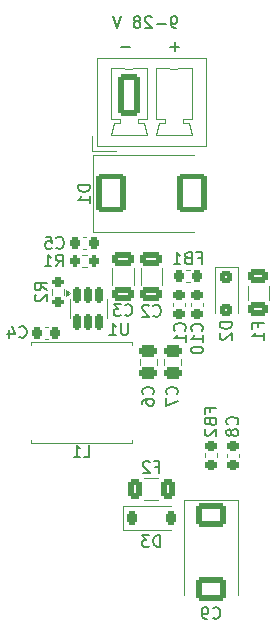
<source format=gbo>
G04 #@! TF.GenerationSoftware,KiCad,Pcbnew,8.0.5*
G04 #@! TF.CreationDate,2024-10-23T20:54:19+02:00*
G04 #@! TF.ProjectId,battEliminator,62617474-456c-4696-9d69-6e61746f722e,0.2*
G04 #@! TF.SameCoordinates,Original*
G04 #@! TF.FileFunction,Legend,Bot*
G04 #@! TF.FilePolarity,Positive*
%FSLAX46Y46*%
G04 Gerber Fmt 4.6, Leading zero omitted, Abs format (unit mm)*
G04 Created by KiCad (PCBNEW 8.0.5) date 2024-10-23 20:54:19*
%MOMM*%
%LPD*%
G01*
G04 APERTURE LIST*
G04 Aperture macros list*
%AMRoundRect*
0 Rectangle with rounded corners*
0 $1 Rounding radius*
0 $2 $3 $4 $5 $6 $7 $8 $9 X,Y pos of 4 corners*
0 Add a 4 corners polygon primitive as box body*
4,1,4,$2,$3,$4,$5,$6,$7,$8,$9,$2,$3,0*
0 Add four circle primitives for the rounded corners*
1,1,$1+$1,$2,$3*
1,1,$1+$1,$4,$5*
1,1,$1+$1,$6,$7*
1,1,$1+$1,$8,$9*
0 Add four rect primitives between the rounded corners*
20,1,$1+$1,$2,$3,$4,$5,0*
20,1,$1+$1,$4,$5,$6,$7,0*
20,1,$1+$1,$6,$7,$8,$9,0*
20,1,$1+$1,$8,$9,$2,$3,0*%
G04 Aperture macros list end*
%ADD10C,0.150000*%
%ADD11C,0.120000*%
%ADD12C,3.200000*%
%ADD13RoundRect,0.225000X0.225000X0.250000X-0.225000X0.250000X-0.225000X-0.250000X0.225000X-0.250000X0*%
%ADD14RoundRect,0.250000X-0.300000X0.300000X-0.300000X-0.300000X0.300000X-0.300000X0.300000X0.300000X0*%
%ADD15RoundRect,0.200000X-0.275000X0.200000X-0.275000X-0.200000X0.275000X-0.200000X0.275000X0.200000X0*%
%ADD16RoundRect,0.250000X-0.650000X0.325000X-0.650000X-0.325000X0.650000X-0.325000X0.650000X0.325000X0*%
%ADD17RoundRect,0.200000X0.200000X0.275000X-0.200000X0.275000X-0.200000X-0.275000X0.200000X-0.275000X0*%
%ADD18RoundRect,0.225000X-0.225000X-0.375000X0.225000X-0.375000X0.225000X0.375000X-0.225000X0.375000X0*%
%ADD19RoundRect,0.250000X0.475000X-0.250000X0.475000X0.250000X-0.475000X0.250000X-0.475000X-0.250000X0*%
%ADD20RoundRect,0.250000X0.375000X0.625000X-0.375000X0.625000X-0.375000X-0.625000X0.375000X-0.625000X0*%
%ADD21RoundRect,0.225000X-0.250000X0.225000X-0.250000X-0.225000X0.250000X-0.225000X0.250000X0.225000X0*%
%ADD22RoundRect,0.250000X-0.625000X0.375000X-0.625000X-0.375000X0.625000X-0.375000X0.625000X0.375000X0*%
%ADD23RoundRect,0.218750X-0.256250X0.218750X-0.256250X-0.218750X0.256250X-0.218750X0.256250X0.218750X0*%
%ADD24RoundRect,0.218750X0.218750X0.256250X-0.218750X0.256250X-0.218750X-0.256250X0.218750X-0.256250X0*%
%ADD25R,2.700000X7.500000*%
%ADD26RoundRect,0.225000X0.250000X-0.225000X0.250000X0.225000X-0.250000X0.225000X-0.250000X-0.225000X0*%
%ADD27RoundRect,0.250000X-1.025000X0.787500X-1.025000X-0.787500X1.025000X-0.787500X1.025000X0.787500X0*%
%ADD28RoundRect,0.250000X-0.650000X-1.550000X0.650000X-1.550000X0.650000X1.550000X-0.650000X1.550000X0*%
%ADD29O,1.800000X3.600000*%
%ADD30RoundRect,0.250000X-1.000000X1.400000X-1.000000X-1.400000X1.000000X-1.400000X1.000000X1.400000X0*%
%ADD31RoundRect,0.150000X-0.150000X0.512500X-0.150000X-0.512500X0.150000X-0.512500X0.150000X0.512500X0*%
G04 APERTURE END LIST*
D10*
X130113220Y-90088866D02*
X129351316Y-90088866D01*
X129732268Y-90469819D02*
X129732268Y-89707914D01*
X125963220Y-90088866D02*
X125201316Y-90088866D01*
X129865601Y-88519819D02*
X129675125Y-88519819D01*
X129675125Y-88519819D02*
X129579887Y-88472200D01*
X129579887Y-88472200D02*
X129532268Y-88424580D01*
X129532268Y-88424580D02*
X129437030Y-88281723D01*
X129437030Y-88281723D02*
X129389411Y-88091247D01*
X129389411Y-88091247D02*
X129389411Y-87710295D01*
X129389411Y-87710295D02*
X129437030Y-87615057D01*
X129437030Y-87615057D02*
X129484649Y-87567438D01*
X129484649Y-87567438D02*
X129579887Y-87519819D01*
X129579887Y-87519819D02*
X129770363Y-87519819D01*
X129770363Y-87519819D02*
X129865601Y-87567438D01*
X129865601Y-87567438D02*
X129913220Y-87615057D01*
X129913220Y-87615057D02*
X129960839Y-87710295D01*
X129960839Y-87710295D02*
X129960839Y-87948390D01*
X129960839Y-87948390D02*
X129913220Y-88043628D01*
X129913220Y-88043628D02*
X129865601Y-88091247D01*
X129865601Y-88091247D02*
X129770363Y-88138866D01*
X129770363Y-88138866D02*
X129579887Y-88138866D01*
X129579887Y-88138866D02*
X129484649Y-88091247D01*
X129484649Y-88091247D02*
X129437030Y-88043628D01*
X129437030Y-88043628D02*
X129389411Y-87948390D01*
X128960839Y-88138866D02*
X128198935Y-88138866D01*
X127770363Y-87615057D02*
X127722744Y-87567438D01*
X127722744Y-87567438D02*
X127627506Y-87519819D01*
X127627506Y-87519819D02*
X127389411Y-87519819D01*
X127389411Y-87519819D02*
X127294173Y-87567438D01*
X127294173Y-87567438D02*
X127246554Y-87615057D01*
X127246554Y-87615057D02*
X127198935Y-87710295D01*
X127198935Y-87710295D02*
X127198935Y-87805533D01*
X127198935Y-87805533D02*
X127246554Y-87948390D01*
X127246554Y-87948390D02*
X127817982Y-88519819D01*
X127817982Y-88519819D02*
X127198935Y-88519819D01*
X126627506Y-87948390D02*
X126722744Y-87900771D01*
X126722744Y-87900771D02*
X126770363Y-87853152D01*
X126770363Y-87853152D02*
X126817982Y-87757914D01*
X126817982Y-87757914D02*
X126817982Y-87710295D01*
X126817982Y-87710295D02*
X126770363Y-87615057D01*
X126770363Y-87615057D02*
X126722744Y-87567438D01*
X126722744Y-87567438D02*
X126627506Y-87519819D01*
X126627506Y-87519819D02*
X126437030Y-87519819D01*
X126437030Y-87519819D02*
X126341792Y-87567438D01*
X126341792Y-87567438D02*
X126294173Y-87615057D01*
X126294173Y-87615057D02*
X126246554Y-87710295D01*
X126246554Y-87710295D02*
X126246554Y-87757914D01*
X126246554Y-87757914D02*
X126294173Y-87853152D01*
X126294173Y-87853152D02*
X126341792Y-87900771D01*
X126341792Y-87900771D02*
X126437030Y-87948390D01*
X126437030Y-87948390D02*
X126627506Y-87948390D01*
X126627506Y-87948390D02*
X126722744Y-87996009D01*
X126722744Y-87996009D02*
X126770363Y-88043628D01*
X126770363Y-88043628D02*
X126817982Y-88138866D01*
X126817982Y-88138866D02*
X126817982Y-88329342D01*
X126817982Y-88329342D02*
X126770363Y-88424580D01*
X126770363Y-88424580D02*
X126722744Y-88472200D01*
X126722744Y-88472200D02*
X126627506Y-88519819D01*
X126627506Y-88519819D02*
X126437030Y-88519819D01*
X126437030Y-88519819D02*
X126341792Y-88472200D01*
X126341792Y-88472200D02*
X126294173Y-88424580D01*
X126294173Y-88424580D02*
X126246554Y-88329342D01*
X126246554Y-88329342D02*
X126246554Y-88138866D01*
X126246554Y-88138866D02*
X126294173Y-88043628D01*
X126294173Y-88043628D02*
X126341792Y-87996009D01*
X126341792Y-87996009D02*
X126437030Y-87948390D01*
X125198934Y-87519819D02*
X124865601Y-88519819D01*
X124865601Y-88519819D02*
X124532268Y-87519819D01*
X119716666Y-107109580D02*
X119764285Y-107157200D01*
X119764285Y-107157200D02*
X119907142Y-107204819D01*
X119907142Y-107204819D02*
X120002380Y-107204819D01*
X120002380Y-107204819D02*
X120145237Y-107157200D01*
X120145237Y-107157200D02*
X120240475Y-107061961D01*
X120240475Y-107061961D02*
X120288094Y-106966723D01*
X120288094Y-106966723D02*
X120335713Y-106776247D01*
X120335713Y-106776247D02*
X120335713Y-106633390D01*
X120335713Y-106633390D02*
X120288094Y-106442914D01*
X120288094Y-106442914D02*
X120240475Y-106347676D01*
X120240475Y-106347676D02*
X120145237Y-106252438D01*
X120145237Y-106252438D02*
X120002380Y-106204819D01*
X120002380Y-106204819D02*
X119907142Y-106204819D01*
X119907142Y-106204819D02*
X119764285Y-106252438D01*
X119764285Y-106252438D02*
X119716666Y-106300057D01*
X118811904Y-106204819D02*
X119288094Y-106204819D01*
X119288094Y-106204819D02*
X119335713Y-106681009D01*
X119335713Y-106681009D02*
X119288094Y-106633390D01*
X119288094Y-106633390D02*
X119192856Y-106585771D01*
X119192856Y-106585771D02*
X118954761Y-106585771D01*
X118954761Y-106585771D02*
X118859523Y-106633390D01*
X118859523Y-106633390D02*
X118811904Y-106681009D01*
X118811904Y-106681009D02*
X118764285Y-106776247D01*
X118764285Y-106776247D02*
X118764285Y-107014342D01*
X118764285Y-107014342D02*
X118811904Y-107109580D01*
X118811904Y-107109580D02*
X118859523Y-107157200D01*
X118859523Y-107157200D02*
X118954761Y-107204819D01*
X118954761Y-107204819D02*
X119192856Y-107204819D01*
X119192856Y-107204819D02*
X119288094Y-107157200D01*
X119288094Y-107157200D02*
X119335713Y-107109580D01*
X134554819Y-113411905D02*
X133554819Y-113411905D01*
X133554819Y-113411905D02*
X133554819Y-113650000D01*
X133554819Y-113650000D02*
X133602438Y-113792857D01*
X133602438Y-113792857D02*
X133697676Y-113888095D01*
X133697676Y-113888095D02*
X133792914Y-113935714D01*
X133792914Y-113935714D02*
X133983390Y-113983333D01*
X133983390Y-113983333D02*
X134126247Y-113983333D01*
X134126247Y-113983333D02*
X134316723Y-113935714D01*
X134316723Y-113935714D02*
X134411961Y-113888095D01*
X134411961Y-113888095D02*
X134507200Y-113792857D01*
X134507200Y-113792857D02*
X134554819Y-113650000D01*
X134554819Y-113650000D02*
X134554819Y-113411905D01*
X133650057Y-114364286D02*
X133602438Y-114411905D01*
X133602438Y-114411905D02*
X133554819Y-114507143D01*
X133554819Y-114507143D02*
X133554819Y-114745238D01*
X133554819Y-114745238D02*
X133602438Y-114840476D01*
X133602438Y-114840476D02*
X133650057Y-114888095D01*
X133650057Y-114888095D02*
X133745295Y-114935714D01*
X133745295Y-114935714D02*
X133840533Y-114935714D01*
X133840533Y-114935714D02*
X133983390Y-114888095D01*
X133983390Y-114888095D02*
X134554819Y-114316667D01*
X134554819Y-114316667D02*
X134554819Y-114935714D01*
X118874819Y-110720832D02*
X118398628Y-110387499D01*
X118874819Y-110149404D02*
X117874819Y-110149404D01*
X117874819Y-110149404D02*
X117874819Y-110530356D01*
X117874819Y-110530356D02*
X117922438Y-110625594D01*
X117922438Y-110625594D02*
X117970057Y-110673213D01*
X117970057Y-110673213D02*
X118065295Y-110720832D01*
X118065295Y-110720832D02*
X118208152Y-110720832D01*
X118208152Y-110720832D02*
X118303390Y-110673213D01*
X118303390Y-110673213D02*
X118351009Y-110625594D01*
X118351009Y-110625594D02*
X118398628Y-110530356D01*
X118398628Y-110530356D02*
X118398628Y-110149404D01*
X117970057Y-111101785D02*
X117922438Y-111149404D01*
X117922438Y-111149404D02*
X117874819Y-111244642D01*
X117874819Y-111244642D02*
X117874819Y-111482737D01*
X117874819Y-111482737D02*
X117922438Y-111577975D01*
X117922438Y-111577975D02*
X117970057Y-111625594D01*
X117970057Y-111625594D02*
X118065295Y-111673213D01*
X118065295Y-111673213D02*
X118160533Y-111673213D01*
X118160533Y-111673213D02*
X118303390Y-111625594D01*
X118303390Y-111625594D02*
X118874819Y-111054166D01*
X118874819Y-111054166D02*
X118874819Y-111673213D01*
X125516666Y-112809580D02*
X125564285Y-112857200D01*
X125564285Y-112857200D02*
X125707142Y-112904819D01*
X125707142Y-112904819D02*
X125802380Y-112904819D01*
X125802380Y-112904819D02*
X125945237Y-112857200D01*
X125945237Y-112857200D02*
X126040475Y-112761961D01*
X126040475Y-112761961D02*
X126088094Y-112666723D01*
X126088094Y-112666723D02*
X126135713Y-112476247D01*
X126135713Y-112476247D02*
X126135713Y-112333390D01*
X126135713Y-112333390D02*
X126088094Y-112142914D01*
X126088094Y-112142914D02*
X126040475Y-112047676D01*
X126040475Y-112047676D02*
X125945237Y-111952438D01*
X125945237Y-111952438D02*
X125802380Y-111904819D01*
X125802380Y-111904819D02*
X125707142Y-111904819D01*
X125707142Y-111904819D02*
X125564285Y-111952438D01*
X125564285Y-111952438D02*
X125516666Y-112000057D01*
X125183332Y-111904819D02*
X124564285Y-111904819D01*
X124564285Y-111904819D02*
X124897618Y-112285771D01*
X124897618Y-112285771D02*
X124754761Y-112285771D01*
X124754761Y-112285771D02*
X124659523Y-112333390D01*
X124659523Y-112333390D02*
X124611904Y-112381009D01*
X124611904Y-112381009D02*
X124564285Y-112476247D01*
X124564285Y-112476247D02*
X124564285Y-112714342D01*
X124564285Y-112714342D02*
X124611904Y-112809580D01*
X124611904Y-112809580D02*
X124659523Y-112857200D01*
X124659523Y-112857200D02*
X124754761Y-112904819D01*
X124754761Y-112904819D02*
X125040475Y-112904819D01*
X125040475Y-112904819D02*
X125135713Y-112857200D01*
X125135713Y-112857200D02*
X125183332Y-112809580D01*
X119666666Y-108704819D02*
X119999999Y-108228628D01*
X120238094Y-108704819D02*
X120238094Y-107704819D01*
X120238094Y-107704819D02*
X119857142Y-107704819D01*
X119857142Y-107704819D02*
X119761904Y-107752438D01*
X119761904Y-107752438D02*
X119714285Y-107800057D01*
X119714285Y-107800057D02*
X119666666Y-107895295D01*
X119666666Y-107895295D02*
X119666666Y-108038152D01*
X119666666Y-108038152D02*
X119714285Y-108133390D01*
X119714285Y-108133390D02*
X119761904Y-108181009D01*
X119761904Y-108181009D02*
X119857142Y-108228628D01*
X119857142Y-108228628D02*
X120238094Y-108228628D01*
X118714285Y-108704819D02*
X119285713Y-108704819D01*
X118999999Y-108704819D02*
X118999999Y-107704819D01*
X118999999Y-107704819D02*
X119095237Y-107847676D01*
X119095237Y-107847676D02*
X119190475Y-107942914D01*
X119190475Y-107942914D02*
X119285713Y-107990533D01*
X128488094Y-132454820D02*
X128488094Y-131454820D01*
X128488094Y-131454820D02*
X128249999Y-131454820D01*
X128249999Y-131454820D02*
X128107142Y-131502439D01*
X128107142Y-131502439D02*
X128011904Y-131597677D01*
X128011904Y-131597677D02*
X127964285Y-131692915D01*
X127964285Y-131692915D02*
X127916666Y-131883391D01*
X127916666Y-131883391D02*
X127916666Y-132026248D01*
X127916666Y-132026248D02*
X127964285Y-132216724D01*
X127964285Y-132216724D02*
X128011904Y-132311962D01*
X128011904Y-132311962D02*
X128107142Y-132407201D01*
X128107142Y-132407201D02*
X128249999Y-132454820D01*
X128249999Y-132454820D02*
X128488094Y-132454820D01*
X127583332Y-131454820D02*
X126964285Y-131454820D01*
X126964285Y-131454820D02*
X127297618Y-131835772D01*
X127297618Y-131835772D02*
X127154761Y-131835772D01*
X127154761Y-131835772D02*
X127059523Y-131883391D01*
X127059523Y-131883391D02*
X127011904Y-131931010D01*
X127011904Y-131931010D02*
X126964285Y-132026248D01*
X126964285Y-132026248D02*
X126964285Y-132264343D01*
X126964285Y-132264343D02*
X127011904Y-132359581D01*
X127011904Y-132359581D02*
X127059523Y-132407201D01*
X127059523Y-132407201D02*
X127154761Y-132454820D01*
X127154761Y-132454820D02*
X127440475Y-132454820D01*
X127440475Y-132454820D02*
X127535713Y-132407201D01*
X127535713Y-132407201D02*
X127583332Y-132359581D01*
X129909580Y-119533333D02*
X129957200Y-119485714D01*
X129957200Y-119485714D02*
X130004819Y-119342857D01*
X130004819Y-119342857D02*
X130004819Y-119247619D01*
X130004819Y-119247619D02*
X129957200Y-119104762D01*
X129957200Y-119104762D02*
X129861961Y-119009524D01*
X129861961Y-119009524D02*
X129766723Y-118961905D01*
X129766723Y-118961905D02*
X129576247Y-118914286D01*
X129576247Y-118914286D02*
X129433390Y-118914286D01*
X129433390Y-118914286D02*
X129242914Y-118961905D01*
X129242914Y-118961905D02*
X129147676Y-119009524D01*
X129147676Y-119009524D02*
X129052438Y-119104762D01*
X129052438Y-119104762D02*
X129004819Y-119247619D01*
X129004819Y-119247619D02*
X129004819Y-119342857D01*
X129004819Y-119342857D02*
X129052438Y-119485714D01*
X129052438Y-119485714D02*
X129100057Y-119533333D01*
X129004819Y-119866667D02*
X129004819Y-120533333D01*
X129004819Y-120533333D02*
X130004819Y-120104762D01*
X128083333Y-125681009D02*
X128416666Y-125681009D01*
X128416666Y-126204819D02*
X128416666Y-125204819D01*
X128416666Y-125204819D02*
X127940476Y-125204819D01*
X127607142Y-125300057D02*
X127559523Y-125252438D01*
X127559523Y-125252438D02*
X127464285Y-125204819D01*
X127464285Y-125204819D02*
X127226190Y-125204819D01*
X127226190Y-125204819D02*
X127130952Y-125252438D01*
X127130952Y-125252438D02*
X127083333Y-125300057D01*
X127083333Y-125300057D02*
X127035714Y-125395295D01*
X127035714Y-125395295D02*
X127035714Y-125490533D01*
X127035714Y-125490533D02*
X127083333Y-125633390D01*
X127083333Y-125633390D02*
X127654761Y-126204819D01*
X127654761Y-126204819D02*
X127035714Y-126204819D01*
X127916666Y-112859580D02*
X127964285Y-112907200D01*
X127964285Y-112907200D02*
X128107142Y-112954819D01*
X128107142Y-112954819D02*
X128202380Y-112954819D01*
X128202380Y-112954819D02*
X128345237Y-112907200D01*
X128345237Y-112907200D02*
X128440475Y-112811961D01*
X128440475Y-112811961D02*
X128488094Y-112716723D01*
X128488094Y-112716723D02*
X128535713Y-112526247D01*
X128535713Y-112526247D02*
X128535713Y-112383390D01*
X128535713Y-112383390D02*
X128488094Y-112192914D01*
X128488094Y-112192914D02*
X128440475Y-112097676D01*
X128440475Y-112097676D02*
X128345237Y-112002438D01*
X128345237Y-112002438D02*
X128202380Y-111954819D01*
X128202380Y-111954819D02*
X128107142Y-111954819D01*
X128107142Y-111954819D02*
X127964285Y-112002438D01*
X127964285Y-112002438D02*
X127916666Y-112050057D01*
X127535713Y-112050057D02*
X127488094Y-112002438D01*
X127488094Y-112002438D02*
X127392856Y-111954819D01*
X127392856Y-111954819D02*
X127154761Y-111954819D01*
X127154761Y-111954819D02*
X127059523Y-112002438D01*
X127059523Y-112002438D02*
X127011904Y-112050057D01*
X127011904Y-112050057D02*
X126964285Y-112145295D01*
X126964285Y-112145295D02*
X126964285Y-112240533D01*
X126964285Y-112240533D02*
X127011904Y-112383390D01*
X127011904Y-112383390D02*
X127583332Y-112954819D01*
X127583332Y-112954819D02*
X126964285Y-112954819D01*
X130559580Y-114133333D02*
X130607200Y-114085714D01*
X130607200Y-114085714D02*
X130654819Y-113942857D01*
X130654819Y-113942857D02*
X130654819Y-113847619D01*
X130654819Y-113847619D02*
X130607200Y-113704762D01*
X130607200Y-113704762D02*
X130511961Y-113609524D01*
X130511961Y-113609524D02*
X130416723Y-113561905D01*
X130416723Y-113561905D02*
X130226247Y-113514286D01*
X130226247Y-113514286D02*
X130083390Y-113514286D01*
X130083390Y-113514286D02*
X129892914Y-113561905D01*
X129892914Y-113561905D02*
X129797676Y-113609524D01*
X129797676Y-113609524D02*
X129702438Y-113704762D01*
X129702438Y-113704762D02*
X129654819Y-113847619D01*
X129654819Y-113847619D02*
X129654819Y-113942857D01*
X129654819Y-113942857D02*
X129702438Y-114085714D01*
X129702438Y-114085714D02*
X129750057Y-114133333D01*
X130654819Y-115085714D02*
X130654819Y-114514286D01*
X130654819Y-114800000D02*
X129654819Y-114800000D01*
X129654819Y-114800000D02*
X129797676Y-114704762D01*
X129797676Y-114704762D02*
X129892914Y-114609524D01*
X129892914Y-114609524D02*
X129940533Y-114514286D01*
X136781009Y-113866666D02*
X136781009Y-113533333D01*
X137304819Y-113533333D02*
X136304819Y-113533333D01*
X136304819Y-113533333D02*
X136304819Y-114009523D01*
X137304819Y-114914285D02*
X137304819Y-114342857D01*
X137304819Y-114628571D02*
X136304819Y-114628571D01*
X136304819Y-114628571D02*
X136447676Y-114533333D01*
X136447676Y-114533333D02*
X136542914Y-114438095D01*
X136542914Y-114438095D02*
X136590533Y-114342857D01*
X116566666Y-114659580D02*
X116614285Y-114707200D01*
X116614285Y-114707200D02*
X116757142Y-114754819D01*
X116757142Y-114754819D02*
X116852380Y-114754819D01*
X116852380Y-114754819D02*
X116995237Y-114707200D01*
X116995237Y-114707200D02*
X117090475Y-114611961D01*
X117090475Y-114611961D02*
X117138094Y-114516723D01*
X117138094Y-114516723D02*
X117185713Y-114326247D01*
X117185713Y-114326247D02*
X117185713Y-114183390D01*
X117185713Y-114183390D02*
X117138094Y-113992914D01*
X117138094Y-113992914D02*
X117090475Y-113897676D01*
X117090475Y-113897676D02*
X116995237Y-113802438D01*
X116995237Y-113802438D02*
X116852380Y-113754819D01*
X116852380Y-113754819D02*
X116757142Y-113754819D01*
X116757142Y-113754819D02*
X116614285Y-113802438D01*
X116614285Y-113802438D02*
X116566666Y-113850057D01*
X115709523Y-114088152D02*
X115709523Y-114754819D01*
X115947618Y-113707200D02*
X116185713Y-114421485D01*
X116185713Y-114421485D02*
X115566666Y-114421485D01*
X132731009Y-121016666D02*
X132731009Y-120683333D01*
X133254819Y-120683333D02*
X132254819Y-120683333D01*
X132254819Y-120683333D02*
X132254819Y-121159523D01*
X132731009Y-121873809D02*
X132778628Y-122016666D01*
X132778628Y-122016666D02*
X132826247Y-122064285D01*
X132826247Y-122064285D02*
X132921485Y-122111904D01*
X132921485Y-122111904D02*
X133064342Y-122111904D01*
X133064342Y-122111904D02*
X133159580Y-122064285D01*
X133159580Y-122064285D02*
X133207200Y-122016666D01*
X133207200Y-122016666D02*
X133254819Y-121921428D01*
X133254819Y-121921428D02*
X133254819Y-121540476D01*
X133254819Y-121540476D02*
X132254819Y-121540476D01*
X132254819Y-121540476D02*
X132254819Y-121873809D01*
X132254819Y-121873809D02*
X132302438Y-121969047D01*
X132302438Y-121969047D02*
X132350057Y-122016666D01*
X132350057Y-122016666D02*
X132445295Y-122064285D01*
X132445295Y-122064285D02*
X132540533Y-122064285D01*
X132540533Y-122064285D02*
X132635771Y-122016666D01*
X132635771Y-122016666D02*
X132683390Y-121969047D01*
X132683390Y-121969047D02*
X132731009Y-121873809D01*
X132731009Y-121873809D02*
X132731009Y-121540476D01*
X132350057Y-122492857D02*
X132302438Y-122540476D01*
X132302438Y-122540476D02*
X132254819Y-122635714D01*
X132254819Y-122635714D02*
X132254819Y-122873809D01*
X132254819Y-122873809D02*
X132302438Y-122969047D01*
X132302438Y-122969047D02*
X132350057Y-123016666D01*
X132350057Y-123016666D02*
X132445295Y-123064285D01*
X132445295Y-123064285D02*
X132540533Y-123064285D01*
X132540533Y-123064285D02*
X132683390Y-123016666D01*
X132683390Y-123016666D02*
X133254819Y-122445238D01*
X133254819Y-122445238D02*
X133254819Y-123064285D01*
X131683333Y-107976009D02*
X132016666Y-107976009D01*
X132016666Y-108499819D02*
X132016666Y-107499819D01*
X132016666Y-107499819D02*
X131540476Y-107499819D01*
X130826190Y-107976009D02*
X130683333Y-108023628D01*
X130683333Y-108023628D02*
X130635714Y-108071247D01*
X130635714Y-108071247D02*
X130588095Y-108166485D01*
X130588095Y-108166485D02*
X130588095Y-108309342D01*
X130588095Y-108309342D02*
X130635714Y-108404580D01*
X130635714Y-108404580D02*
X130683333Y-108452200D01*
X130683333Y-108452200D02*
X130778571Y-108499819D01*
X130778571Y-108499819D02*
X131159523Y-108499819D01*
X131159523Y-108499819D02*
X131159523Y-107499819D01*
X131159523Y-107499819D02*
X130826190Y-107499819D01*
X130826190Y-107499819D02*
X130730952Y-107547438D01*
X130730952Y-107547438D02*
X130683333Y-107595057D01*
X130683333Y-107595057D02*
X130635714Y-107690295D01*
X130635714Y-107690295D02*
X130635714Y-107785533D01*
X130635714Y-107785533D02*
X130683333Y-107880771D01*
X130683333Y-107880771D02*
X130730952Y-107928390D01*
X130730952Y-107928390D02*
X130826190Y-107976009D01*
X130826190Y-107976009D02*
X131159523Y-107976009D01*
X129635714Y-108499819D02*
X130207142Y-108499819D01*
X129921428Y-108499819D02*
X129921428Y-107499819D01*
X129921428Y-107499819D02*
X130016666Y-107642676D01*
X130016666Y-107642676D02*
X130111904Y-107737914D01*
X130111904Y-107737914D02*
X130207142Y-107785533D01*
X122016666Y-124817318D02*
X122492856Y-124817318D01*
X122492856Y-124817318D02*
X122492856Y-123817318D01*
X121159523Y-124817318D02*
X121730951Y-124817318D01*
X121445237Y-124817318D02*
X121445237Y-123817318D01*
X121445237Y-123817318D02*
X121540475Y-123960175D01*
X121540475Y-123960175D02*
X121635713Y-124055413D01*
X121635713Y-124055413D02*
X121730951Y-124103032D01*
X132009580Y-114157142D02*
X132057200Y-114109523D01*
X132057200Y-114109523D02*
X132104819Y-113966666D01*
X132104819Y-113966666D02*
X132104819Y-113871428D01*
X132104819Y-113871428D02*
X132057200Y-113728571D01*
X132057200Y-113728571D02*
X131961961Y-113633333D01*
X131961961Y-113633333D02*
X131866723Y-113585714D01*
X131866723Y-113585714D02*
X131676247Y-113538095D01*
X131676247Y-113538095D02*
X131533390Y-113538095D01*
X131533390Y-113538095D02*
X131342914Y-113585714D01*
X131342914Y-113585714D02*
X131247676Y-113633333D01*
X131247676Y-113633333D02*
X131152438Y-113728571D01*
X131152438Y-113728571D02*
X131104819Y-113871428D01*
X131104819Y-113871428D02*
X131104819Y-113966666D01*
X131104819Y-113966666D02*
X131152438Y-114109523D01*
X131152438Y-114109523D02*
X131200057Y-114157142D01*
X132104819Y-115109523D02*
X132104819Y-114538095D01*
X132104819Y-114823809D02*
X131104819Y-114823809D01*
X131104819Y-114823809D02*
X131247676Y-114728571D01*
X131247676Y-114728571D02*
X131342914Y-114633333D01*
X131342914Y-114633333D02*
X131390533Y-114538095D01*
X131104819Y-115728571D02*
X131104819Y-115823809D01*
X131104819Y-115823809D02*
X131152438Y-115919047D01*
X131152438Y-115919047D02*
X131200057Y-115966666D01*
X131200057Y-115966666D02*
X131295295Y-116014285D01*
X131295295Y-116014285D02*
X131485771Y-116061904D01*
X131485771Y-116061904D02*
X131723866Y-116061904D01*
X131723866Y-116061904D02*
X131914342Y-116014285D01*
X131914342Y-116014285D02*
X132009580Y-115966666D01*
X132009580Y-115966666D02*
X132057200Y-115919047D01*
X132057200Y-115919047D02*
X132104819Y-115823809D01*
X132104819Y-115823809D02*
X132104819Y-115728571D01*
X132104819Y-115728571D02*
X132057200Y-115633333D01*
X132057200Y-115633333D02*
X132009580Y-115585714D01*
X132009580Y-115585714D02*
X131914342Y-115538095D01*
X131914342Y-115538095D02*
X131723866Y-115490476D01*
X131723866Y-115490476D02*
X131485771Y-115490476D01*
X131485771Y-115490476D02*
X131295295Y-115538095D01*
X131295295Y-115538095D02*
X131200057Y-115585714D01*
X131200057Y-115585714D02*
X131152438Y-115633333D01*
X131152438Y-115633333D02*
X131104819Y-115728571D01*
X135009580Y-122083333D02*
X135057200Y-122035714D01*
X135057200Y-122035714D02*
X135104819Y-121892857D01*
X135104819Y-121892857D02*
X135104819Y-121797619D01*
X135104819Y-121797619D02*
X135057200Y-121654762D01*
X135057200Y-121654762D02*
X134961961Y-121559524D01*
X134961961Y-121559524D02*
X134866723Y-121511905D01*
X134866723Y-121511905D02*
X134676247Y-121464286D01*
X134676247Y-121464286D02*
X134533390Y-121464286D01*
X134533390Y-121464286D02*
X134342914Y-121511905D01*
X134342914Y-121511905D02*
X134247676Y-121559524D01*
X134247676Y-121559524D02*
X134152438Y-121654762D01*
X134152438Y-121654762D02*
X134104819Y-121797619D01*
X134104819Y-121797619D02*
X134104819Y-121892857D01*
X134104819Y-121892857D02*
X134152438Y-122035714D01*
X134152438Y-122035714D02*
X134200057Y-122083333D01*
X134533390Y-122654762D02*
X134485771Y-122559524D01*
X134485771Y-122559524D02*
X134438152Y-122511905D01*
X134438152Y-122511905D02*
X134342914Y-122464286D01*
X134342914Y-122464286D02*
X134295295Y-122464286D01*
X134295295Y-122464286D02*
X134200057Y-122511905D01*
X134200057Y-122511905D02*
X134152438Y-122559524D01*
X134152438Y-122559524D02*
X134104819Y-122654762D01*
X134104819Y-122654762D02*
X134104819Y-122845238D01*
X134104819Y-122845238D02*
X134152438Y-122940476D01*
X134152438Y-122940476D02*
X134200057Y-122988095D01*
X134200057Y-122988095D02*
X134295295Y-123035714D01*
X134295295Y-123035714D02*
X134342914Y-123035714D01*
X134342914Y-123035714D02*
X134438152Y-122988095D01*
X134438152Y-122988095D02*
X134485771Y-122940476D01*
X134485771Y-122940476D02*
X134533390Y-122845238D01*
X134533390Y-122845238D02*
X134533390Y-122654762D01*
X134533390Y-122654762D02*
X134581009Y-122559524D01*
X134581009Y-122559524D02*
X134628628Y-122511905D01*
X134628628Y-122511905D02*
X134723866Y-122464286D01*
X134723866Y-122464286D02*
X134914342Y-122464286D01*
X134914342Y-122464286D02*
X135009580Y-122511905D01*
X135009580Y-122511905D02*
X135057200Y-122559524D01*
X135057200Y-122559524D02*
X135104819Y-122654762D01*
X135104819Y-122654762D02*
X135104819Y-122845238D01*
X135104819Y-122845238D02*
X135057200Y-122940476D01*
X135057200Y-122940476D02*
X135009580Y-122988095D01*
X135009580Y-122988095D02*
X134914342Y-123035714D01*
X134914342Y-123035714D02*
X134723866Y-123035714D01*
X134723866Y-123035714D02*
X134628628Y-122988095D01*
X134628628Y-122988095D02*
X134581009Y-122940476D01*
X134581009Y-122940476D02*
X134533390Y-122845238D01*
X132966666Y-138459580D02*
X133014285Y-138507200D01*
X133014285Y-138507200D02*
X133157142Y-138554819D01*
X133157142Y-138554819D02*
X133252380Y-138554819D01*
X133252380Y-138554819D02*
X133395237Y-138507200D01*
X133395237Y-138507200D02*
X133490475Y-138411961D01*
X133490475Y-138411961D02*
X133538094Y-138316723D01*
X133538094Y-138316723D02*
X133585713Y-138126247D01*
X133585713Y-138126247D02*
X133585713Y-137983390D01*
X133585713Y-137983390D02*
X133538094Y-137792914D01*
X133538094Y-137792914D02*
X133490475Y-137697676D01*
X133490475Y-137697676D02*
X133395237Y-137602438D01*
X133395237Y-137602438D02*
X133252380Y-137554819D01*
X133252380Y-137554819D02*
X133157142Y-137554819D01*
X133157142Y-137554819D02*
X133014285Y-137602438D01*
X133014285Y-137602438D02*
X132966666Y-137650057D01*
X132490475Y-138554819D02*
X132299999Y-138554819D01*
X132299999Y-138554819D02*
X132204761Y-138507200D01*
X132204761Y-138507200D02*
X132157142Y-138459580D01*
X132157142Y-138459580D02*
X132061904Y-138316723D01*
X132061904Y-138316723D02*
X132014285Y-138126247D01*
X132014285Y-138126247D02*
X132014285Y-137745295D01*
X132014285Y-137745295D02*
X132061904Y-137650057D01*
X132061904Y-137650057D02*
X132109523Y-137602438D01*
X132109523Y-137602438D02*
X132204761Y-137554819D01*
X132204761Y-137554819D02*
X132395237Y-137554819D01*
X132395237Y-137554819D02*
X132490475Y-137602438D01*
X132490475Y-137602438D02*
X132538094Y-137650057D01*
X132538094Y-137650057D02*
X132585713Y-137745295D01*
X132585713Y-137745295D02*
X132585713Y-137983390D01*
X132585713Y-137983390D02*
X132538094Y-138078628D01*
X132538094Y-138078628D02*
X132490475Y-138126247D01*
X132490475Y-138126247D02*
X132395237Y-138173866D01*
X132395237Y-138173866D02*
X132204761Y-138173866D01*
X132204761Y-138173866D02*
X132109523Y-138126247D01*
X132109523Y-138126247D02*
X132061904Y-138078628D01*
X132061904Y-138078628D02*
X132014285Y-137983390D01*
X122554819Y-101811905D02*
X121554819Y-101811905D01*
X121554819Y-101811905D02*
X121554819Y-102050000D01*
X121554819Y-102050000D02*
X121602438Y-102192857D01*
X121602438Y-102192857D02*
X121697676Y-102288095D01*
X121697676Y-102288095D02*
X121792914Y-102335714D01*
X121792914Y-102335714D02*
X121983390Y-102383333D01*
X121983390Y-102383333D02*
X122126247Y-102383333D01*
X122126247Y-102383333D02*
X122316723Y-102335714D01*
X122316723Y-102335714D02*
X122411961Y-102288095D01*
X122411961Y-102288095D02*
X122507200Y-102192857D01*
X122507200Y-102192857D02*
X122554819Y-102050000D01*
X122554819Y-102050000D02*
X122554819Y-101811905D01*
X122554819Y-103335714D02*
X122554819Y-102764286D01*
X122554819Y-103050000D02*
X121554819Y-103050000D01*
X121554819Y-103050000D02*
X121697676Y-102954762D01*
X121697676Y-102954762D02*
X121792914Y-102859524D01*
X121792914Y-102859524D02*
X121840533Y-102764286D01*
X127859580Y-119533333D02*
X127907200Y-119485714D01*
X127907200Y-119485714D02*
X127954819Y-119342857D01*
X127954819Y-119342857D02*
X127954819Y-119247619D01*
X127954819Y-119247619D02*
X127907200Y-119104762D01*
X127907200Y-119104762D02*
X127811961Y-119009524D01*
X127811961Y-119009524D02*
X127716723Y-118961905D01*
X127716723Y-118961905D02*
X127526247Y-118914286D01*
X127526247Y-118914286D02*
X127383390Y-118914286D01*
X127383390Y-118914286D02*
X127192914Y-118961905D01*
X127192914Y-118961905D02*
X127097676Y-119009524D01*
X127097676Y-119009524D02*
X127002438Y-119104762D01*
X127002438Y-119104762D02*
X126954819Y-119247619D01*
X126954819Y-119247619D02*
X126954819Y-119342857D01*
X126954819Y-119342857D02*
X127002438Y-119485714D01*
X127002438Y-119485714D02*
X127050057Y-119533333D01*
X126954819Y-120390476D02*
X126954819Y-120200000D01*
X126954819Y-120200000D02*
X127002438Y-120104762D01*
X127002438Y-120104762D02*
X127050057Y-120057143D01*
X127050057Y-120057143D02*
X127192914Y-119961905D01*
X127192914Y-119961905D02*
X127383390Y-119914286D01*
X127383390Y-119914286D02*
X127764342Y-119914286D01*
X127764342Y-119914286D02*
X127859580Y-119961905D01*
X127859580Y-119961905D02*
X127907200Y-120009524D01*
X127907200Y-120009524D02*
X127954819Y-120104762D01*
X127954819Y-120104762D02*
X127954819Y-120295238D01*
X127954819Y-120295238D02*
X127907200Y-120390476D01*
X127907200Y-120390476D02*
X127859580Y-120438095D01*
X127859580Y-120438095D02*
X127764342Y-120485714D01*
X127764342Y-120485714D02*
X127526247Y-120485714D01*
X127526247Y-120485714D02*
X127431009Y-120438095D01*
X127431009Y-120438095D02*
X127383390Y-120390476D01*
X127383390Y-120390476D02*
X127335771Y-120295238D01*
X127335771Y-120295238D02*
X127335771Y-120104762D01*
X127335771Y-120104762D02*
X127383390Y-120009524D01*
X127383390Y-120009524D02*
X127431009Y-119961905D01*
X127431009Y-119961905D02*
X127526247Y-119914286D01*
X125761904Y-113504819D02*
X125761904Y-114314342D01*
X125761904Y-114314342D02*
X125714285Y-114409580D01*
X125714285Y-114409580D02*
X125666666Y-114457200D01*
X125666666Y-114457200D02*
X125571428Y-114504819D01*
X125571428Y-114504819D02*
X125380952Y-114504819D01*
X125380952Y-114504819D02*
X125285714Y-114457200D01*
X125285714Y-114457200D02*
X125238095Y-114409580D01*
X125238095Y-114409580D02*
X125190476Y-114314342D01*
X125190476Y-114314342D02*
X125190476Y-113504819D01*
X124190476Y-114504819D02*
X124761904Y-114504819D01*
X124476190Y-114504819D02*
X124476190Y-113504819D01*
X124476190Y-113504819D02*
X124571428Y-113647676D01*
X124571428Y-113647676D02*
X124666666Y-113742914D01*
X124666666Y-113742914D02*
X124761904Y-113790533D01*
D11*
X121959420Y-106202499D02*
X122240580Y-106202499D01*
X121959420Y-107222499D02*
X122240580Y-107222499D01*
X133100000Y-112650000D02*
X133100000Y-108790000D01*
X135100000Y-108790000D02*
X133100000Y-108790000D01*
X135100000Y-112650000D02*
X135100000Y-108790000D01*
X119327500Y-111124757D02*
X119327500Y-110650241D01*
X120372500Y-111124757D02*
X120372500Y-110650241D01*
X124440000Y-110273753D02*
X124440000Y-108851249D01*
X126260000Y-110273753D02*
X126260000Y-108851249D01*
X121837742Y-107739999D02*
X122312258Y-107739999D01*
X121837742Y-108784999D02*
X122312258Y-108784999D01*
X125390000Y-129000000D02*
X125390000Y-131000000D01*
X129400000Y-129000000D02*
X125390000Y-129000000D01*
X129400000Y-131000000D02*
X125390000Y-131000000D01*
X128815000Y-116551247D02*
X128815000Y-117073751D01*
X130285000Y-116551247D02*
X130285000Y-117073751D01*
X127147936Y-126640000D02*
X128352064Y-126640000D01*
X127147936Y-128460000D02*
X128352064Y-128460000D01*
X126840000Y-110248752D02*
X126840000Y-108826248D01*
X128660000Y-110248752D02*
X128660000Y-108826248D01*
X129590000Y-112065580D02*
X129590000Y-111784420D01*
X130610000Y-112065580D02*
X130610000Y-111784420D01*
X135890000Y-111552064D02*
X135890000Y-110347936D01*
X137710000Y-111552064D02*
X137710000Y-110347936D01*
X118709420Y-113802499D02*
X118990580Y-113802499D01*
X118709420Y-114822499D02*
X118990580Y-114822499D01*
X132290000Y-124862779D02*
X132290000Y-124537221D01*
X133310000Y-124862779D02*
X133310000Y-124537221D01*
X130687221Y-108965000D02*
X131012779Y-108965000D01*
X130687221Y-109985000D02*
X131012779Y-109985000D01*
X117590000Y-115352499D02*
X117590000Y-115102499D01*
X117590000Y-123372499D02*
X117590000Y-123622499D01*
X126110000Y-115102499D02*
X117590000Y-115102499D01*
X126110000Y-115352499D02*
X126110000Y-115102499D01*
X126110000Y-123372499D02*
X126110000Y-123622499D01*
X126110000Y-123622499D02*
X117590000Y-123622499D01*
X131090000Y-112065580D02*
X131090000Y-111784420D01*
X132110000Y-112065580D02*
X132110000Y-111784420D01*
X134140000Y-124559420D02*
X134140000Y-124840580D01*
X135160000Y-124559420D02*
X135160000Y-124840580D01*
X130540000Y-128490000D02*
X130540000Y-136550000D01*
X135060000Y-128490000D02*
X130540000Y-128490000D01*
X135060000Y-136550000D02*
X135060000Y-128490000D01*
X122762500Y-98907500D02*
X122762500Y-97657500D01*
X123152500Y-91047500D02*
X123152500Y-98517500D01*
X123152500Y-98517500D02*
X132382500Y-98517500D01*
X124362500Y-91907500D02*
X125112500Y-91907500D01*
X124362500Y-96207500D02*
X124362500Y-91907500D01*
X124362500Y-97557500D02*
X124612500Y-96557500D01*
X124612500Y-96557500D02*
X125112500Y-96557500D01*
X124762500Y-98907500D02*
X122762500Y-98907500D01*
X125112500Y-96207500D02*
X124362500Y-96207500D01*
X125112500Y-96557500D02*
X125112500Y-96207500D01*
X126612500Y-91907500D02*
X127362500Y-91907500D01*
X126612500Y-96207500D02*
X126612500Y-96557500D01*
X126612500Y-96557500D02*
X127112500Y-96557500D01*
X127112500Y-96557500D02*
X127362500Y-97557500D01*
X127362500Y-91907500D02*
X127362500Y-96207500D01*
X127362500Y-96207500D02*
X126612500Y-96207500D01*
X127362500Y-97557500D02*
X124362500Y-97557500D01*
X128172500Y-91907500D02*
X128922500Y-91907500D01*
X128172500Y-96207500D02*
X128172500Y-91907500D01*
X128172500Y-97557500D02*
X128422500Y-96557500D01*
X128422500Y-96557500D02*
X128922500Y-96557500D01*
X128922500Y-96207500D02*
X128172500Y-96207500D01*
X128922500Y-96557500D02*
X128922500Y-96207500D01*
X130422500Y-91907500D02*
X131172500Y-91907500D01*
X130422500Y-96207500D02*
X130422500Y-96557500D01*
X130422500Y-96557500D02*
X130922500Y-96557500D01*
X130922500Y-96557500D02*
X131172500Y-97557500D01*
X131172500Y-91907500D02*
X131172500Y-96207500D01*
X131172500Y-96207500D02*
X130422500Y-96207500D01*
X131172500Y-97557500D02*
X128172500Y-97557500D01*
X132382500Y-91047500D02*
X123152500Y-91047500D01*
X132382500Y-98517500D02*
X132382500Y-91047500D01*
X126612147Y-91907656D02*
G75*
G02*
X125112500Y-91907500I-749647J1700156D01*
G01*
X130422147Y-91907656D02*
G75*
G02*
X128922500Y-91907500I-749647J1700156D01*
G01*
X122840000Y-105750000D02*
X122840000Y-99250000D01*
X131350000Y-99250000D02*
X122840000Y-99250000D01*
X131350000Y-105750000D02*
X122840000Y-105750000D01*
X126765000Y-116551247D02*
X126765000Y-117073751D01*
X128235000Y-116551247D02*
X128235000Y-117073751D01*
X120840000Y-111462499D02*
X120840000Y-112262499D01*
X120840000Y-113062499D02*
X120840000Y-112262499D01*
X123960000Y-111462499D02*
X123960000Y-112262499D01*
X123960000Y-113062499D02*
X123960000Y-112262499D01*
X120890000Y-110962499D02*
X120560000Y-111202499D01*
X120560000Y-110722499D01*
X120890000Y-110962499D01*
G36*
X120890000Y-110962499D02*
G01*
X120560000Y-111202499D01*
X120560000Y-110722499D01*
X120890000Y-110962499D01*
G37*
%LPC*%
D12*
X115500000Y-90000000D03*
X140000000Y-90000000D03*
X140000000Y-141500000D03*
X115500000Y-141500000D03*
D13*
X122875000Y-106712499D03*
X121325000Y-106712499D03*
D14*
X134100000Y-109600000D03*
X134100000Y-112400000D03*
D15*
X119850000Y-110062499D03*
X119850000Y-111712499D03*
D16*
X125350000Y-108087501D03*
X125350000Y-111037501D03*
D17*
X122900000Y-108262499D03*
X121250000Y-108262499D03*
D18*
X126100000Y-130000000D03*
X129400000Y-130000000D03*
D19*
X129550000Y-117762499D03*
X129550000Y-115862499D03*
D20*
X129150000Y-127550000D03*
X126350000Y-127550000D03*
D16*
X127750000Y-108062500D03*
X127750000Y-111012500D03*
D21*
X130100000Y-111150000D03*
X130100000Y-112700000D03*
D22*
X136800000Y-109550000D03*
X136800000Y-112350000D03*
D13*
X119625000Y-114312499D03*
X118075000Y-114312499D03*
D23*
X132800000Y-123912500D03*
X132800000Y-125487500D03*
D24*
X131637500Y-109475000D03*
X130062500Y-109475000D03*
D25*
X118950000Y-119362499D03*
X124750000Y-119362499D03*
D21*
X131600000Y-111150000D03*
X131600000Y-112700000D03*
D26*
X134650000Y-125475000D03*
X134650000Y-123925000D03*
D27*
X132800000Y-129787500D03*
X132800000Y-136012500D03*
D28*
X125862500Y-94157500D03*
D29*
X129672500Y-94157500D03*
D30*
X124350000Y-102500000D03*
X131150000Y-102500000D03*
D19*
X127500000Y-117762499D03*
X127500000Y-115862499D03*
D31*
X121450000Y-111124999D03*
X122400000Y-111124999D03*
X123350000Y-111124999D03*
X123350000Y-113399999D03*
X122400000Y-113399999D03*
X121450000Y-113399999D03*
%LPD*%
M02*

</source>
